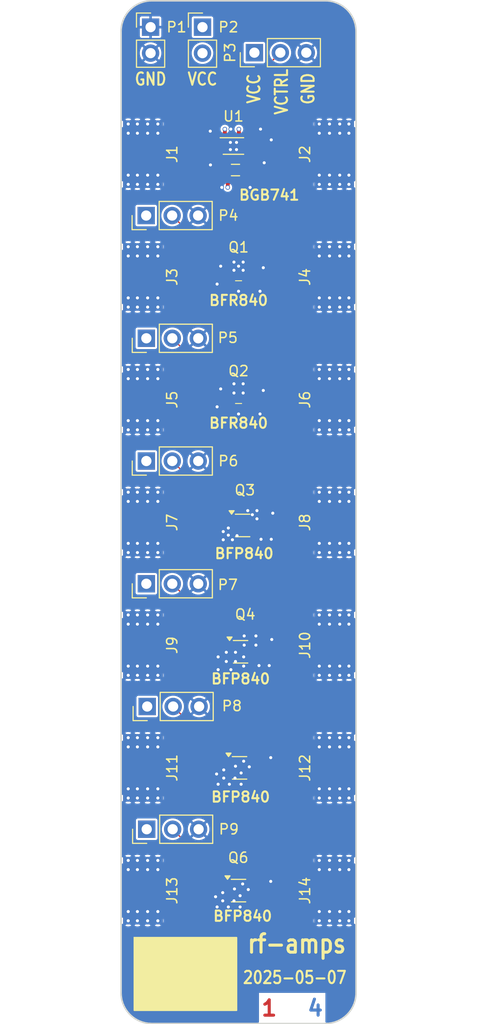
<source format=kicad_pcb>
(kicad_pcb (version 20241229) (generator "pcbnew") (generator_version "9.0")
  (layers (0 "F.Cu" signal "C1F.Cu") (4 "In1.Cu" signal "C2.Cu") (6 "In2.Cu" signal "C3.Cu") (2 "B.Cu" signal "C4B.Cu") (13 "F.Paste" user) (15 "B.Paste" user) (5 "F.SilkS" user "F.Silkscreen") (7 "B.SilkS" user "B.Silkscreen") (1 "F.Mask" user) (3 "B.Mask" user) (25 "Edge.Cuts" user))
  (net 0 "")
  (net 1 "GND")
  (net 2 "VCC")
  (net 3 "Net-(J1-In)")
  (net 4 "Net-(J2-In)")
  (net 5 "Net-(J3-In)")
  (net 6 "Net-(J4-In)")
  (net 7 "Net-(J6-In)")
  (net 8 "Net-(C22-Pad2)")
  (net 9 "Net-(J11-In)")
  (net 10 "Net-(J12-In)")
  (net 11 "Net-(J13-In)")
  (net 12 "Net-(J5-In)")
  (net 13 "Net-(Q1-C)")
  (net 14 "Net-(Q1-B)")
  (net 15 "Net-(Q2-B)")
  (net 16 "Net-(P8-Pin_2)")
  (net 17 "Net-(L14-Pad1)")
  (net 18 "Net-(J14-In)")
  (net 19 "Net-(C45-Pad1)")
  (net 20 "Net-(P5-Pin_2)")
  (net 21 "Net-(C46-Pad1)")
  (net 22 "Net-(U1-RFIN)")
  (net 23 "Net-(C39-Pad2)")
  (net 24 "Net-(Q2-C)")
  (net 25 "Net-(U1-BIAS)")
  (net 26 "Net-(C58-Pad1)")
  (net 27 "Net-(U1-RFOUT)")
  (net 28 "Net-(C63-Pad1)")
  (net 29 "Net-(P3-Pin_2)")
  (net 30 "Net-(U1-ADJ)")
  (net 31 "Net-(P4-Pin_2)")
  (net 32 "Net-(C19-Pad2)")
  (net 33 "Net-(L10-Pad1)")
  (net 34 "Net-(C63-Pad2)")
  (net 35 "Net-(L12-Pad2)")
  (net 36 "Net-(P6-Pin_2)")
  (net 37 "Net-(Q3-B)")
  (net 38 "Net-(J7-In)")
  (net 39 "Net-(C31-Pad2)")
  (net 40 "Net-(J8-In)")
  (net 41 "Net-(C51-Pad1)")
  (net 42 "Net-(Q3-C-Pad3)")
  (net 43 "Net-(R10-Pad2)")
  (net 44 "Net-(P7-Pin_2)")
  (net 45 "Net-(Q4-B)")
  (net 46 "Net-(J9-In)")
  (net 47 "Net-(J10-In)")
  (net 48 "Net-(C32-Pad2)")
  (net 49 "Net-(C52-Pad1)")
  (net 50 "Net-(Q4-C-Pad3)")
  (net 51 "Net-(R12-Pad2)")
  (net 52 "Net-(Q5-B)")
  (net 53 "Net-(C35-Pad2)")
  (net 54 "Net-(C53-Pad1)")
  (net 55 "Net-(Q5-C-Pad3)")
  (net 56 "Net-(R14-Pad2)")
  (net 57 "Net-(Q6-B)")
  (net 58 "Net-(P9-Pin_2)")
  (net 59 "Net-(C38-Pad2)")
  (net 60 "Net-(C54-Pad1)")
  (net 61 "Net-(L11-Pad2)")
  (net 62 "Net-(L11-Pad1)")
  (net 63 "Net-(R26-Pad1)")
  (footprint "sma-variants:SMA-EDGE-1.3mm-pad-1.05mm-gap-2.6mm-keepout" (layer "F.Cu") (at 153 80 180)
    (property "Reference" "J2")
    (property "Value" "CONN_COAXIAL")
  )
  (footprint "sma-variants:SMA-EDGE-1.3mm-pad-1.05mm-gap-2.6mm-keepout" (layer "F.Cu") (at 130 80)
    (property "Reference" "J1")
    (property "Value" "CONN_COAXIAL")
  )
  (footprint "Connector_PinHeader_2.54mm:PinHeader_1x02_P2.54mm_Vertical" (layer "F.Cu") (at 132.89 67.58)
    (property "Reference" "P1")
    (property "Value" "Conn_01x02" (hide yes))
  )
  (footprint "Connector_PinHeader_2.54mm:PinHeader_1x02_P2.54mm_Vertical" (layer "F.Cu") (at 137.97 67.58)
    (property "Reference" "P2")
    (property "Value" "Conn_01x02" (hide yes))
  )
  (footprint "Connector_PinHeader_2.54mm:PinHeader_1x03_P2.54mm_Vertical" (layer "F.Cu") (at 143.05 70.075 90)
    (property "Reference" "P3")
    (property "Value" "CONN_01X03" (hide yes))
  )
  (footprint "Connector_PinHeader_2.54mm:PinHeader_1x03_P2.54mm_Vertical" (layer "F.Cu") (at 132.475 110 90)
    (property "Reference" "P6")
    (property "Value" "CONN_01X03" (hide yes))
  )
  (footprint "Capacitor_SMD:C_0201_0603Metric" (layer "F.Cu") (at 143.95 92.35 -90)
    (property "Reference" "C19" (hide yes))
    (property "Value" "1 uF" (hide yes))
  )
  (footprint "Resistor_SMD:R_0201_0603Metric" (layer "F.Cu") (at 140.15 80.35)
    (property "Reference" "R42" (hide yes))
    (property "Value" "300" (hide yes))
  )
  (footprint "Connector_PinHeader_2.54mm:PinHeader_1x03_P2.54mm_Vertical" (layer "F.Cu") (at 132.475 122 90)
    (property "Reference" "P7")
    (property "Value" "CONN_01X03" (hide yes))
  )
  (footprint "sma-variants:SMA-EDGE-1.3mm-pad-1.05mm-gap-2.6mm-keepout" (layer "F.Cu") (at 130 92)
    (property "Reference" "J3")
    (property "Value" "CONN_COAXIAL")
  )
  (footprint "sma-variants:SMA-EDGE-1.3mm-pad-1.05mm-gap-2.6mm-keepout" (layer "F.Cu") (at 153 116 180)
    (property "Reference" "J8")
    (property "Value" "CONN_COAXIAL")
  )
  (footprint "Capacitor_SMD:C_0201_0603Metric" (layer "F.Cu") (at 140.15 82.75)
    (property "Reference" "C59" (hide yes))
    (property "Value" "1 uF" (hide yes))
  )
  (footprint "sma-variants:SMA-EDGE-1.3mm-pad-1.05mm-gap-2.6mm-keepout" (layer "F.Cu") (at 130 152)
    (property "Reference" "J13")
    (property "Value" "CONN_COAXIAL")
  )
  (footprint "Capacitor_SMD:C_0201_0603Metric" (layer "F.Cu") (at 140.45 92.35 90)
    (property "Reference" "C45" (hide yes))
    (property "Value" "1 uF" (hide yes))
  )
  (footprint "Resistor_SMD:R_0201_0603Metric" (layer "F.Cu") (at 141.5 104.7)
    (property "Reference" "R7" (hide yes))
    (property "Value" "240" (hide yes))
  )
  (footprint "Capacitor_SMD:C_0201_0603Metric" (layer "F.Cu") (at 139.4 104 180)
    (property "Reference" "C21" (hide yes))
    (property "Value" "1 uF" (hide yes))
  )
  (footprint "Resistor_SMD:R_0201_0603Metric" (layer "F.Cu") (at 143.8 128.6 180)
    (property "Reference" "R21" (hide yes))
    (property "Value" "51" (hide yes))
  )
  (footprint "Capacitor_SMD:C_0201_0603Metric" (layer "F.Cu") (at 141.5 138.5 180)
    (property "Reference" "C53" (hide yes))
    (property "Value" "1 uF" (hide yes))
  )
  (footprint "Capacitor_SMD:C_0201_0603Metric" (layer "F.Cu") (at 144.65 150.25 -90)
    (property "Reference" "C37" (hide yes))
    (property "Value" "1uF" (hide yes))
  )
  (footprint "sma-variants:SMA-EDGE-1.3mm-pad-1.05mm-gap-2.6mm-keepout" (layer "F.Cu") (at 130 116)
    (property "Reference" "J7")
    (property "Value" "CONN_COAXIAL")
  )
  (footprint "Capacitor_SMD:C_0201_0603Metric" (layer "F.Cu") (at 139.8 115.65 180)
    (property "Reference" "C29" (hide yes))
    (property "Value" "1 uF" (hide yes))
  )
  (footprint "sma-variants:SMA-EDGE-1.3mm-pad-1.05mm-gap-2.6mm-keepout" (layer "F.Cu") (at 153 92 180)
    (property "Reference" "J4")
    (property "Value" "CONN_COAXIAL")
  )
  (footprint "Resistor_SMD:R_0201_0603Metric" (layer "F.Cu") (at 140.15 114.6 -90)
    (property "Reference" "R16" (hide yes))
    (property "Value" "27k" (hide yes))
  )
  (footprint "Resistor_SMD:R_0201_0603Metric" (layer "F.Cu") (at 142.9 103.3)
    (property "Reference" "R8" (hide yes))
    (property "Value" "220" (hide yes))
  )
  (footprint "sma-variants:SMA-EDGE-1.3mm-pad-1.05mm-gap-2.6mm-keepout" (layer "F.Cu") (at 130 104)
    (property "Reference" "J5")
    (property "Value" "CONN_COAXIAL")
  )
  (footprint "eval:TSLP-3-9" (layer "F.Cu") (at 141.5 91.675 90)
    (property "Reference" "Q1")
    (property "Value" "BFR840" (hide yes))
  )
  (footprint "Inductor_SMD:L_0805_2012Metric" (layer "F.Cu") (at 141.2 81.55 180)
    (property "Reference" "L25" (hide yes))
    (property "Value" "100 uH" (hide yes))
  )
  (footprint "sma-variants:SMA-EDGE-1.3mm-pad-1.05mm-gap-2.6mm-keepout" (layer "F.Cu") (at 153 128 180)
    (property "Reference" "J10")
    (property "Value" "CONN_COAXIAL")
  )
  (footprint "Connector_PinHeader_2.54mm:PinHeader_1x03_P2.54mm_Vertical" (layer "F.Cu") (at 132.475 98 90)
    (property "Reference" "P5")
    (property "Value" "CONN_01X03" (hide yes))
  )
  (footprint "Capacitor_SMD:C_0201_0603Metric" (layer "F.Cu") (at 144.65 152.35 90)
    (property "Reference" "C38" (hide yes))
    (property "Value" "1 uF" (hide yes))
  )
  (footprint "sma-variants:SMA-EDGE-1.3mm-pad-1.05mm-gap-2.6mm-keepout" (layer "F.Cu") (at 130 128)
    (property "Reference" "J9")
    (property "Value" "CONN_COAXIAL")
  )
  (footprint "Capacitor_SMD:C_0201_0603Metric" (layer "F.Cu") (at 139.6 128 180)
    (property "Reference" "C30" (hide yes))
    (property "Value" "1 uF" (hide yes))
  )
  (footprint "Resistor_SMD:R_0201_0603Metric" (layer "F.Cu") (at 142.9 91.3)
    (property "Reference" "R5" (hide yes))
    (property "Value" "220" (hide yes))
  )
  (footprint "Capacitor_SMD:C_0201_0603Metric" (layer "F.Cu") (at 143.6 102.6)
    (property "Reference" "C18" (hide yes))
    (property "Value" "1 uF" (hide yes))
  )
  (footprint "Capacitor_SMD:C_0201_0603Metric" (layer "F.Cu") (at 139.5 139.35 180)
    (property "Reference" "C33" (hide yes))
    (property "Value" "1 uF" (hide yes))
  )
  (footprint "Resistor_SMD:R_0201_0603Metric" (layer "F.Cu") (at 143.25 92.35 90)
    (property "Reference" "R52" (hide yes))
    (property "Value" "1" (hide yes))
  )
  (footprint "Capacitor_SMD:C_0201_0603Metric" (layer "F.Cu") (at 144.85 114.25 -90)
    (property "Reference" "C27" (hide yes))
    (property "Value" "1uF" (hide yes))
  )
  (footprint "Capacitor_SMD:C_0201_0603Metric" (layer "F.Cu") (at 144.05 140.95 -90)
    (property "Reference" "C35" (hide yes))
    (property "Value" "1 uF" (hide yes))
  )
  (footprint "Resistor_SMD:R_0201_0603Metric" (layer "F.Cu") (at 142.95 82.75 180)
    (property "Reference" "R40" (hide yes))
    (property "Value" "220" (hide yes))
  )
  (footprint "sma-variants:SMA-EDGE-1.3mm-pad-1.05mm-gap-2.6mm-keepout" (layer "F.Cu") (at 153 104 180)
    (property "Reference" "J6")
    (property "Value" "CONN_COAXIAL")
  )
  (footprint "Resistor_SMD:R_0201_0603Metric" (layer "F.Cu") (at 143.25 104.35 90)
    (property "Reference" "R53" (hide yes))
    (property "Value" "1" (hide yes))
  )
  (footprint "Resistor_SMD:R_0201_0603Metric" (layer "F.Cu") (at 143.95 150.95 -90)
    (property "Reference" "R29" (hide yes))
    (property "Value" "51" (hide yes))
  )
  (footprint "Resistor_SMD:R_0201_0603Metric" (layer "F.Cu") (at 144.05 126.6 -90)
    (property "Reference" "R12" (hide yes))
    (property "Value" "75" (hide yes))
  )
  (footprint "Capacitor_SMD:C_0201_0603Metric" (layer "F.Cu") (at 142.2 150.5 180)
    (property "Reference" "C54" (hide yes))
    (property "Value" "1 uF" (hide yes))
  )
  (footprint "Resistor_SMD:R_0201_0603Metric" (layer "F.Cu") (at 144 116.95)
    (property "Reference" "R20" (hide yes))
    (property "Value" "15" (hide yes))
  )
  (footprint "Resistor_SMD:R_0201_0603Metric" (layer "F.Cu") (at 142.55 114.1)
    (property "Reference" "R11" (hide yes))
    (property "Value" "240" (hide yes))
  )
  (footprint "Capacitor_SMD:C_0201_0603Metric" (layer "F.Cu") (at 144 80 -90)
    (property "Reference" "C40" (hide yes))
    (property "Value" "0.3 pF" (hide yes))
  )
  (footprint "Resistor_SMD:R_0201_0603Metric" (layer "F.Cu") (at 142.35 126.45)
    (property "Reference" "R13" (hide yes))
    (property "Value" "240" (hide yes))
  )
  (footprint "Resistor_SMD:R_0201_0603Metric" (layer "F.Cu") (at 141.15 150.15 -90)
    (property "Reference" "R26" (hide yes))
    (property "Value" "27k" (hide yes))
  )
  (footprint "Capacitor_SMD:C_0201_0603Metric" (layer "F.Cu") (at 139.05 78.25 180)
    (property "Reference" "C57" (hide yes))
    (property "Value" "1 uF" (hide yes))
  )
  (footprint "Capacitor_SMD:C_0201_0603Metric" (layer "F.Cu") (at 139.4 92 180)
    (property "Reference" "C20" (hide yes))
    (property "Value" "1 uF" (hide yes))
  )
  (footprint "Resistor_SMD:R_0201_0603Metric" (layer "F.Cu") (at 143.8 129.3)
    (property "Reference" "R22" (hide yes))
    (property "Value" "15" (hide yes))
  )
  (footprint "eval:SOT-343-4-3" (layer "F.Cu") (at 141.6 140)
    (property "Reference" "Q5" (hide yes))
    (property "Value" "BFP840ESD" (hide yes))
  )
  (footprint "Capacitor_SMD:C_0201_0603Metric" (layer "F.Cu") (at 144.65 138.15 -90)
    (property "Reference" "C34" (hide yes))
    (property "Value" "1uF" (hide yes))
  )
  (footprint "Resistor_SMD:R_0201_0603Metric" (layer "F.Cu") (at 143.3 80 -90)
    (property "Reference" "R41" (hide yes))
    (property "Value" "220" (hide yes))
  )
  (footprint "eval:TSLP-3-9" (layer "F.Cu") (at 141.5 103.675 90)
    (property "Reference" "Q2")
    (property "Value" "BFR840" (hide yes))
  )
  (footprint "Capacitor_SMD:C_0201_0603Metric" (layer "F.Cu") (at 144.75 126.6 -90)
    (property "Reference" "C28" (hide yes))
    (property "Value" "1uF" (hide yes))
  )
  (footprint "Resistor_SMD:R_0201_0603Metric" (layer "F.Cu") (at 139.85 138.3 -90)
    (property "Reference" "R23" (hide yes))
    (property "Value" "27k" (hide yes))
  )
  (footprint "Capacitor_SMD:C_0201_0603Metric" (layer "F.Cu") (at 145.05 116.6 -90)
    (property "Reference" "C31" (hide yes))
    (property "Value" "1 uF" (hide yes))
  )
  (footprint "eval:SOT-343-4-3" (layer "F.Cu") (at 141.7 128.65)
    (property "Reference" "Q4")
    (property "Value" "BFP840ESD" (hide yes))
  )
  (footprint "Resistor_SMD:R_0201_0603Metric" (layer "F.Cu") (at 143.6 149.9 180)
    (property "Reference" "R28" (hide yes))
    (property "Value" "75" (hide yes))
  )
  (footprint "Resistor_SMD:R_0201_0603Metric" (layer "F.Cu") (at 143.3 78.6 -90)
    (property "Reference" "R49" (hide yes))
    (property "Value" "3" (hide yes))
  )
  (footprint "Resistor_SMD:R_0201_0603Metric" (layer "F.Cu") (at 143.25 150.95 -90)
    (property "Reference" "R30" (hide yes))
    (property "Value" "240" (hide yes))
  )
  (footprint "Resistor_SMD:R_0201_0603Metric" (layer "F.Cu") (at 142.9 138.5)
    (property "Reference" "R15" (hide yes))
    (property "Value" "240" (hide yes))
  )
  (footprint "Resistor_SMD:R_0201_0603Metric" (layer "F.Cu") (at 143.55 139.55 -90)
    (property "Reference" "R24" (hide yes))
    (property "Value" "51" (hide yes))
  )
  (footprint "Resistor_SMD:R_0201_0603Metric" (layer "F.Cu") (at 143.95 138.15 -90)
    (property "Reference" "R14" (hide yes))
    (property "Value" "75" (hide yes))
  )
  (footprint "Resistor_SMD:R_0201_0603Metric" (layer "F.Cu") (at 141.55 82.75 180)
    (property "Reference" "R44" (hide yes))
    (property "Value" "6.8k" (hide yes))
  )
  (footprint "Resistor_SMD:R_0201_0603Metric" (layer "F.Cu") (at 139.05 78.95)
    (property "Reference" "R19" (hide yes))
    (property "Value" "180" (hide yes))
  )
  (footprint "Capacitor_SMD:C_0201_0603Metric" (layer "F.Cu") (at 140.45 78.05 180)
    (property "Reference" "C11" (hide yes))
    (property "Value" "1 uF" (hide yes))
  )
  (footprint "eval:SOT-343-4-3" (layer "F.Cu") (at 141.5 152)
    (property "Reference" "Q6")
    (property "Value" "BFP840ESD" (hide yes))
  )
  (footprint "Capacitor_SMD:C_0201_0603Metric" (layer "F.Cu") (at 139.4 151.35 180)
    (property "Reference" "C36" (hide yes))
    (property "Value" "1 uF" (hide yes))
  )
  (footprint "Capacitor_SMD:C_0201_0603Metric" (layer "F.Cu") (at 138.75 80.35 180)
    (property "Reference" "C15" (hide yes))
    (property "Value" "220 nF" (hide yes))
  )
  (footprint "Capacitor_SMD:C_0201_0603Metric" (layer "F.Cu") (at 144.85 128.95 -90)
    (property "Reference" "C32" (hide yes))
    (property "Value" "1 uF" (hide yes))
  )
  (footprint "Capacitor_SMD:C_0201_0603Metric" (layer "F.Cu") (at 141.5 114.45 -90)
    (property "Reference" "C51" (hide yes))
    (property "Value" "1 uF" (hide yes))
  )
  (footprint "Resistor_SMD:R_0201_0603Metric" (layer "F.Cu") (at 143.35 140.95 -90)
    (property "Reference" "R25" (hide yes))
    (property "Value" "15" (hide yes))
  )
  (footprint "Capacitor_SMD:C_0201_0603Metric" (layer "F.Cu") (at 143.95 104.35 -90)
    (property "Reference" "C22" (hide yes))
    (property "Value" "1 uF" (hide yes))
  )
  (footprint "Capacitor_SMD:C_0201_0603Metric" (layer "F.Cu") (at 141.55 80.35)
    (property "Reference" "C58" (hide yes))
    (property "Value" "1 uF" (hide yes))
  )
  (footprint "Capacitor_SMD:C_0201_0603Metric" (layer "F.Cu") (at 143.3 81.4 -90)
    (property "Reference" "C63" (hide yes))
    (property "Value" "1 uF" (hide yes))
  )
  (footprint "Resistor_SMD:R_0201_0603Metric" (layer "F.Cu") (at 144.15 114.25 -90)
    (property "Reference" "R10" (hide yes))
    (property "Value" "75" (hide yes))
  )
  (footprint "Inductor_SMD:L_0201_0603Metric" (layer "F.Cu") (at 142.55 92.35 90)
    (property "Reference" "L10" (hide yes))
    (property "Value" "1.5 nH" (hide yes))
  )
  (footprint "Inductor_SMD:L_0201_0603Metric" (layer "F.Cu") (at 142.55 104.35 90)
    (property "Reference" "L14" (hide yes))
    (property "Value" "1.5 nH" (hide yes))
  )
  (footprint "Capacitor_SMD:C_0201_0603Metric" (layer "F.Cu") (at 143.6 90.6)
    (property "Reference" "C17" (hide yes))
    (property "Value" "1 uF" (hide yes))
  )
  (footprint "sma-variants:SMA-EDGE-1.3mm-pad-1.05mm-gap-2.6mm-keepout" (layer "F.Cu") (at 130 140)
    (property "Reference" "J11")
    (property "Value" "CONN_COAXIAL")
  )
  (footprint "Resistor_SMD:R_0201_0603Metric" (layer "F.Cu") (at 143.95 152.35 90)
    (property "Reference" "R31" (hide yes))
    (property "Value" "15" (hide yes))
  )
  (footprint "Capacitor_SMD:C_0201_0603Metric" (layer "F.Cu") (at 140.45 104.35 90)
    (property "Reference" "C46" (hide yes))
    (property "Value" "1 uF" (hide yes))
  )
  (footprint "Resistor_SMD:R_0201_0603Metric" (layer "F.Cu") (at 140.45 90.95 90)
    (property "Reference" "R3" (hide yes))
    (property "Value" "33k" (hide yes))
  )
  (footprint "Connector_PinHeader_2.54mm:PinHeader_1x03_P2.54mm_Vertical" (layer "F.Cu") (at 132.56 134 90)
    (property "Reference" "P8")
    (property "Value" "CONN_01X03" (hide yes))
  )
  (footprint "Resistor_SMD:R_0201_0603Metric" (layer "F.Cu") (at 141.5 92.7)
    (property "Reference" "R4" (hide yes))
    (property "Value" "240" (hide yes))
  )
  (footprint "Resistor_SMD:R_0201_0603Metric" (layer "F.Cu") (at 141.85 78.05)
    (property "Reference" "R27" (hide yes))
    (property "Value" "3.3k" (hide yes))
  )
  (footprint "Inductor_SMD:L_0201_0603Metric" (layer "F.Cu") (at 139.05 79.65 180)
    (property "Reference" "L12" (hide yes))
    (property "Value" "8.2 nH" (hide yes))
  )
  (footprint "Inductor_SMD:L_0201_0603Metric" (layer "F.Cu") (at 143.25 152.35 90)
    (property "Reference" "L11" (hide yes))
    (property "Value" "1.5 nH" (hide yes))
  )
  (footprint "sma-variants:SMA-EDGE-1.3mm-pad-1.05mm-gap-2.6mm-keepout" (layer "F.Cu") (at 153 140 180)
    (property "Reference" "J12")
    (property "Value" "CONN_COAXIAL")
  )
  (footprint "Resistor_SMD:R_0201_0603Metric" (layer "F.Cu") (at 144 116.25 180)
    (property "Reference" "R18" (hide yes))
    (property "Value" "51" (hide yes))
  )
  (footprint "Connector_PinHeader_2.54mm:PinHeader_1x03_P2.54mm_Vertical" (layer "F.Cu") (at 132.51 146 90)
    (property "Reference" "P9")
    (property "Value" "CONN_01X03" (hide yes))
  )
  (footprint "Resistor_SMD:R_0201_0603Metric" (layer "F.Cu") (at 140.45 102.95 90)
    (property "Reference" "R6" (hide yes))
    (property "Value" "33k" (hide yes))
  )
  (footprint "Connector_PinHeader_2.54mm:PinHeader_1x03_P2.54mm_Vertical" (layer "F.Cu") (at 132.46 86 90)
    (property "Reference" "P4")
    (property "Value" "CONN_01X03" (hide yes))
  )
  (footprint "Resistor_SMD:R_0201_0603Metric" (layer "F.Cu") (at 139.95 126.95 -90)
    (property "Reference" "R17" (hide yes))
    (property "Value" "27k" (hide yes))
  )
  (footprint "Inductor_SMD:L_0201_0603Metric" (layer "F.Cu") (at 142.6 80 -90)
    (property "Reference" "L26" (hide yes))
    (property "Value" "56 nH" (hide yes))
  )
  (footprint "sma-variants:SMA-EDGE-1.3mm-pad-1.05mm-gap-2.6mm-keepout" (layer "F.Cu") (at 153 152 180)
    (property "Reference" "J14")
    (property "Value" "CONN_COAXIAL")
  )
  (footprint "Capacitor_SMD:C_0201_0603Metric" (layer "F.Cu") (at 141.3 126.8 -90)
    (property "Reference" "C52" (hide yes))
    (property "Value" "1 uF" (hide yes))
  )
  (footprint "Capacitor_SMD:C_0201_0603Metric" (layer "F.Cu") (at 144 78.6 90)
    (property "Reference" "C39" (hide yes))
    (property "Value" "220 nF" (hide yes))
  )
  (footprint "rf-amps:TSLP-7-1" (layer "F.Cu") (at 141 79.2 -90)
    (property "Reference" "U1")
    (property "Value" "BGB741L7ESD" (hide yes))
  )
  (footprint "eval:SOT-343-4-3" (layer "F.Cu") (at 141.9 116.3)
    (property "Reference" "Q3")
    (property "Value" "BFP840ESD" (hide yes))
  )
  (gr_rect (start 131.3 156.6) (end 141.3 163.7) (stroke (width 0.15)) (fill yes) (layer "F.SilkS"))
  (gr_line (start 133 165) (end 150 165) (stroke (width 0.15)) (layer "Edge.Cuts"))
  (gr_line (start 153 162) (end 153 68) (stroke (width 0.15)) (layer "Edge.Cuts"))
  (gr_line (start 130 68) (end 130 162) (stroke (width 0.15)) (layer "Edge.Cuts"))
  (gr_line (start 133 65) (end 150 65) (stroke (width 0.15)) (layer "Edge.Cuts"))
  (gr_arc (start 150 65) (mid 152.12132 65.87868) (end 153 68) (stroke (width 0.15)) (layer "Edge.Cuts"))
  (gr_arc (start 153 162) (mid 152.12132 164.12132) (end 150 165) (stroke (width 0.15)) (layer "Edge.Cuts"))
  (gr_arc (start 130 68) (mid 130.87868 65.87868) (end 133 65) (stroke (width 0.15)) (layer "Edge.Cuts"))
  (gr_arc (start 133 165) (mid 130.87868 164.12132) (end 130 162) (stroke (width 0.15)) (layer "Edge.Cuts"))
  (gr_text "1" (at 144.5 163.5 0) (layer "F.Cu") (effects (font (size 1.5 1.5) (thickness 0.3))))
  (gr_text "4" (at 149 163.5 0) (layer "B.Cu") (effects (font (size 1.5 1.5) (thickness 0.3))))
  (gr_text "GND" (at 132.89 72.66 0) (layer "F.SilkS") (effects (font (size 1.2 1) (thickness 0.2))))
  (gr_text "BFR840" (at 141.5 106.3 0) (layer "F.SilkS") (effects (font (size 1 1) (thickness 0.2) (bold yes))))
  (gr_text "VCC" (at 143 73.6 90) (layer "F.SilkS") (effects (font (size 1.2 1) (thickness 0.2))))
  (gr_text "BFP840" (at 142.05 119.05 0) (layer "F.SilkS") (effects (font (size 1 1) (thickness 0.2) (bold yes))))
  (gr_text "BFR840" (at 141.5 94.3 0) (layer "F.SilkS") (effects (font (size 1 1) (thickness 0.2) (bold yes))))
  (gr_text "BFP840" (at 141.9 154.5 0) (layer "F.SilkS") (effects (font (size 1 1) (thickness 0.2) (bold yes))))
  (gr_text "VCC" (at 137.97 72.66 0) (layer "F.SilkS") (effects (font (size 1.2 1) (thickness 0.2))))
  (gr_text "GND" (at 148.3 73.6 90) (layer "F.SilkS") (effects (font (size 1.2 1) (thickness 0.2))))
  (gr_text "2025-05-07" (at 147 160.5 0) (layer "F.SilkS") (effects (font (size 1.2 1) (thickness 0.2))))
  (gr_text "BFP840" (at 141.7 142.85 0) (layer "F.SilkS") (effects (font (size 1 1) (thickness 0.2) (bold yes))))
  (gr_text "BFP840" (at 141.7 131.3 0) (layer "F.SilkS") (effects (font (size 1 1) (thickness 0.2) (bold yes))))
  (gr_text "BGB741" (at 144.5 84 0) (layer "F.SilkS") (effects (font (size 1 1) (thickness 0.2) (bold yes))))
  (gr_text "VCTRL" (at 145.7 73.9 90) (layer "F.SilkS") (effects (font (size 1.2 1) (thickness 0.2))))
  (gr_text "rf-amps" (at 147.2 157.2 0) (layer "F.SilkS") (effects (font (size 1.8 1.5) (thickness 0.3))))
  (segment (start 144 80.83) (end 144.01 80.84) (width 0.36576) (layer "F.Cu") (net 1))
  (segment (start 143.92 90.6) (end 143.92 91.1) (width 0.36576) (layer "F.Cu") (net 1))
  (segment (start 139.86 82.78) (end 139.86 83.25) (width 0.36576) (layer "F.Cu") (net 1))
  (segment (start 144.85 114.57) (end 144.85 115.1) (width 0.36576) (layer "F.Cu") (net 1))
  (segment (start 140.77 78.05) (end 140.74 78.02) (width 0.36576) (layer "F.Cu") (net 1))
  (segment (start 138.73 78.25) (end 138.73 77.75) (width 0.36576) (layer "F.Cu") (net 1))
  (segment (start 143.92 102.6) (end 143.92 103.1) (width 0.36576) (layer "F.Cu") (net 1))
  (segment (start 140.77 78.97) (end 141 79.2) (width 0.36576) (layer "F.Cu") (net 1))
  (segment (start 140.74 78.02) (end 140.74 77.55) (width 0.36576) (layer "F.Cu") (net 1))
  (segment (start 139.83 82.75) (end 139.86 82.78) (width 0.36576) (layer "F.Cu") (net 1))
  (segment (start 144.75 126.92) (end 144.75 127.45) (width 0.36576) (layer "F.Cu") (net 1))
  (segment (start 144.65 138.47) (end 144.65 139) (width 0.36576) (layer "F.Cu") (net 1))
  (segment (start 142.63 82.75) (end 142.63 83.25) (width 0.36576) (layer "F.Cu") (net 1))
  (segment (start 144 80.32) (end 144 80.83) (width 0.36576) (layer "F.Cu") (net 1))
  (segment (start 144.65 150.57) (end 144.65 151.1) (width 0.36576) (layer "F.Cu") (net 1))
  (segment (start 140.77 78.05) (end 140.77 78.97) (width 0.36576) (layer "F.Cu") (net 1))
  (via (at 140.05 141) (size 0.45) (drill 0.3) (layers "F.Cu" "B.Cu") (net 1))
  (via (at 142.55 139.9) (size 0.45) (drill 0.3) (layers "F.Cu" "B.Cu") (net 1))
  (via (at 141.9 151.35) (size 0.45) (drill 0.3) (layers "F.Cu" "B.Cu") (net 1))
  (via (at 141.5 93.4) (size 0.45) (drill 0.3) (layers "F.Cu" "B.Cu") (net 1))
  (via (at 142.05 127.1) (size 0.45) (drill 0.3) (layers "F.Cu" "B.Cu") (net 1))
  (via (at 144.65 151.1) (size 0.45) (drill 0.3) (layers "F.Cu" "B.Cu") (net 1))
  (via (at 143.6 105.4) (size 0.45) (drill 0.3) (layers "F.Cu" "B.Cu") (net 1))
  (via (at 140.5 116.55) (size 0.45) (drill 0.3) (layers "F.Cu" "B.Cu") (net 1))
  (via (at 144.01 80.84) (size 0.45) (drill 0.3) (layers "F.Cu" "B.Cu") (net 1))
  (via (at 143.7 117.65) (size 0.45) (drill 0.3) (layers "F.Cu" "B.Cu") (net 1))
  (via (at 138.75 81.05) (size 0.45) (drill 0.3) (layers "F.Cu" "B.Cu") (net 1))
  (via (at 141.5 90.95) (size 0.45) (drill 0.3) (layers "F.Cu" "B.Cu") (net 1))
  (via (at 141.35 117.3) (size 0.45) (drill 0.3) (layers "F.Cu" "B.Cu") (net 1))
  (via (at 141.75 141.6) (size 0.45) (drill 0.3) (layers "F.Cu" "B.Cu") (net 1))
  (via (at 141.05 90.55) (size 0.45) (drill 0.3) (layers "F.Cu" "B.Cu") (net 1))
  (via (at 139.75 102.95) (size 0.45) (drill 0.3) (layers "F.Cu" "B.Cu") (net 1))
  (via (at 140.74 77.55) (size 0.45) (drill 0.3) (layers "F.Cu" "B.Cu") (net 1))
  (via (at 140.05 140.2) (size 0.45) (drill 0.3) (layers "F.Cu" "B.Cu") (net 1))
  (via (at 143.2 128) (size 0.45) (drill 0.3) (layers "F.Cu" "B.Cu") (net 1))
  (via (at 141.95 90.55) (size 0.45) (drill 0.3) (layers "F.Cu" "B.Cu") (net 1))
  (via (at 140 116.9) (size 0.45) (drill 0.3) (layers "F.Cu" "B.Cu") (net 1))
  (via (at 139.86 83.25) (size 0.45) (drill 0.3) (layers "F.Cu" "B.Cu") (net 1))
  (via (at 141.15 141) (size 0.45) (drill 0.3) (layers "F.Cu" "B.Cu") (net 1))
  (via (at 144.85 115.1) (size 0.45) (drill 0.3) (layers "F.Cu" "B.Cu") (net 1))
  (via (at 140.3 128.7) (size 0.45) (drill 0.3) (layers "F.Cu" "B.Cu") (net 1))
  (via (at 142 139.35) (size 0.45) (drill 0.3) (layers "F.Cu" "B.Cu") (net 1))
  (via (at 141.05 102.45) (size 0.45) (drill 0.3) (layers "F.Cu" "B.Cu") (net 1))
  (via (at 141.05 103.35) (size 0.45) (drill 0.3) (layers "F.Cu" "B.Cu") (net 1))
  (via (at 139.95 152.2) (size 0.45) (drill 0.3) (layers "F.Cu" "B.Cu") (net 1))
  (via (at 140.7 78.85) (size 0.45) (drill 0.3) (layers "F.Cu" "B.Cu") (net 1))
  (via (at 139.25 152.6) (size 0.45) (drill 0.3) (layers "F.Cu" "B.Cu") (net 1))
  (via (at 140.6 141.6) (size 0.45) (drill 0.3) (layers "F.Cu" "B.Cu") (net 1))
  (via (at 143.5 130) (size 0.45) (drill 0.3) (layers "F.Cu" "B.Cu") (net 1))
  (via (at 141.1 151.8375) (size 0.45) (drill 0.3) (layers "F.Cu" "B.Cu") (net 1))
  (via (at 139.5 129.15) (size 0.45) (drill 0.3) (layers "F.Cu" "B.Cu") (net 1))
  (via (at 139.4 92.7) (size 0.45) (drill 0.3) (layers "F.Cu" "B.Cu") (net 1))
  (via (at 141.3 79.55) (size 0.45) (drill 0.3) (layers "F.Cu" "B.Cu") (net 1))
  (via (at 143.92 91.1) (size 0.45) (drill 0.3) (layers "F.Cu" "B.Cu") (net 1))
  (via (at 141.3 78.85) (size 0.45) (drill 0.3) (layers "F.Cu" "B.Cu") (net 1))
  (via (at 141.2 129.6) (size 0.45) (drill 0.3) (layers "F.Cu" "B.Cu") (net 1))
  (via (at 140.75 130.4) (size 0.45) (drill 0.3) (layers "F.Cu" "B.Cu") (net 1))
  (via (at 143.2 127.1) (size 0.45) (drill 0.3) (layers "F.Cu" "B.Cu") (net 1))
  (via (at 139.4 153.6) (size 0.45) (drill 0.3) (layers "F.Cu" "B.Cu") (net 1))
  (via (at 140.5 153.6) (size 0.45) (drill 0.3) (layers "F.Cu" "B.Cu") (net 1))
  (via (at 142.63 83.25) (size 0.45) (drill 0.3) (layers "F.Cu" "B.Cu") (net 1))
  (via (at 139.75 90.95) (size 0.45) (drill 0.3) (layers "F.Cu" "B.Cu") (net 1))
  (via (at 144.65 139) (size 0.45) (drill 0.3) (layers "F.Cu" "B.Cu") (net 1))
  (via (at 140.7 79.55) (size 0.45) (drill 0.3) (layers "F.Cu" "B.Cu") (net 1))
  (via (at 139.35 140.6) (size 0.45) (drill 0.3) (layers "F.Cu" "B.Cu") (net 1))
  (via (at 141.65 153.6) (size 0.45) (drill 0.3) (layers "F.Cu" "B.Cu") (net 1))
  (via (at 140.9 117.7) (size 0.45) (drill 0.3) (layers "F.Cu" "B.Cu") (net 1))
  (via (at 141.05 91.35) (size 0.45) (drill 0.3) (layers "F.Cu" "B.Cu") (net 1))
  (via (at 142.05 128) (size 0.45) (drill 0.3) (layers "F.Cu" "B.Cu") (net 1))
  (via (at 144.7 78.6) (size 0.45) (drill 0.3) (layers "F.Cu" "B.Cu") (net 1))
  (via (at 142 129.15) (size 0.45) (drill 0.3) (layers "F.Cu" "B.Cu") (net 1))
  (via (at 143.3 115.65) (size 0.45) (drill 0.3) (layers "F.Cu" "B.Cu") (net 1))
  (via (at 141.95 102.45) (size 0.45) (drill 0.3) (layers "F.Cu" "B.Cu") (net 1))
  (via (at 144.7 117.65) (size 0.45) (drill 0.3) (layers "F.Cu" "B.Cu") (net 1))
  (via (at 139.4 104.7) (size 0.45) (drill 0.3) (layers "F.Cu" "B.Cu") (net 1))
  (via (at 140.5 117.25) (size 0.45) (drill 0.3) (layers "F.Cu" "B.Cu") (net 1))
  (via (at 142 130.05) (size 0.45) (drill 0.3) (layers "F.Cu" "B.Cu") (net 1))
  (via (at 140 117.7) (size 0.45) (drill 0.3) (layers "F.Cu" "B.Cu") (net 1))
  (via (at 141.65 152.5) (size 0.45) (drill 0.3) (layers "F.Cu" "B.Cu") (net 1))
  (via (at 143.6 93.4) (size 0.45) (drill 0.3) (layers "F.Cu" "B.Cu") (net 1))
  (via (at 141.75 140.5) (size 0.45) (drill 0.3) (layers "F.Cu" "B.Cu") (net 1))
  (via (at 142.85 115.25) (size 0.45) (drill 0.3) (layers "F.Cu" "B.Cu") (net 1))
  (via (at 143.3 114.85) (size 0.45) (drill 0.3) (layers "F.Cu" "B.Cu") (net 1))
  (via (at 139.95 153) (size 0.45) (drill 0.3) (layers "F.Cu" "B.Cu") (net 1))
  (via (at 144.5 130) (size 0.45) (drill 0.3) (layers "F.Cu" "B.Cu") (net 1))
  (via (at 143.92 103.1) (size 0.45) (drill 0.3) (layers "F.Cu" "B.Cu") (net 1))
  (via (at 141.95 103.35) (size 0.45) (drill 0.3) (layers "F.Cu" "B.Cu") (net 1))
  (via (at 141.2 128.7) (size 0.45) (drill 0.3) (layers "F.Cu" "B.Cu") (net 1))
  (via (at 138.73 77.75) (size 0.45) (drill 0.3) (layers "F.Cu" "B.Cu") (net 1))
  (via (at 144.75 127.45) (size 0.45) (drill 0.3) (layers "F.Cu" "B.Cu") (net 1))
  (via (at 143.65 77.55) (size 0.45) (drill 0.3) (layers "F.Cu" "B.Cu") (net 1))
  (via (at 141.05 153) (size 0.45) (drill 0.3) (layers "F.Cu" "B.Cu") (net 1))
  (via (at 139.5 141.6) (size 0.45) (drill 0.3) (layers "F.Cu" "B.Cu") (net 1))
  (via (at 142.4 114.85) (size 0.45) (drill 0.3) (layers "F.Cu" "B.Cu") (net 1))
  (via (at 141.95 91.35) (size 0.45) (drill 0.3) (layers "F.Cu" "B.Cu") (net 1))
  (via (at 140.3 129.6) (size 0.45) (drill 0.3) (layers "F.Cu" "B.Cu") (net 1))
  (via (at 141.2 139.8375) (size 0.45) (drill 0.3) (layers "F.Cu" "B.Cu") (net 1))
  (via (at 141.5 105.4) (size 0.45) (drill 0.3) (layers "F.Cu" "B.Cu") (net 1))
  (via (at 142.45 151.9) (size 0.45) (drill 0.3) (layers "F.Cu" "B.Cu") (net 1))
  (via (at 139.5 130.4) (size 0.45) (drill 0.3) (layers "F.Cu" "B.Cu") (net 1))
  (segment (start 140.13 78.05) (end 140.16 78.02) (width 0.36576) (layer "F.Cu") (net 2))
  (segment (start 140.13 78.05) (end 140.08 78.1) (width 0.36576) (layer "F.Cu") (net 2))
  (segment (start 140.47 82.75) (end 140.44 82.78) (width 0.36576) (layer "F.Cu") (net 2))
  (segment (start 141.53 78.05) (end 141.53 77.55) (width 0.36576) (layer "F.Cu") (net 2))
  (segment (start 140.08 78.1) (end 140.08 78.52) (width 0.36576) (layer "F.Cu") (net 2))
  (segment (start 140.47 82.75) (end 140.47 81.8825) (width 0.36576) (layer "F.Cu") (net 2))
  (segment (start 140.44 82.78) (end 140.44 83.25) (width 0.36576) (layer "F.Cu") (net 2))
  (segment (start 140.16 78.02) (end 140.16 77.55) (width 0.36576) (layer "F.Cu") (net 2))
  (segment (start 140.47 82.75) (end 141.23 82.75) (width 0.36576) (layer "F.Cu") (net 2))
  (segment (start 140.47 81.8825) (end 140.1375 81.55) (width 0.36576) (layer "F.Cu") (net 2))
  (via (at 140.16 77.55) (size 0.45) (drill 0.3) (layers "F.Cu" "B.Cu") (net 2))
  (via (at 140.44 83.25) (size 0.45) (drill 0.3) (layers "F.Cu" "B.Cu") (net 2))
  (via (at 141.53 77.55) (size 0.45) (drill 0.3) (layers "F.Cu" "B.Cu") (net 2))
  (segment (start 138.43 80.35) (end 138.08 80) (width 0.36576) (layer "F.Cu") (net 3))
  (segment (start 138.08 80) (end 132.15 80) (width 0.36576) (layer "F.Cu") (net 3))
  (segment (start 150.85 80) (end 145.11 80) (width 0.36576) (layer "F.Cu") (net 4))
  (segment (start 144.79 79.68) (end 144 79.68) (width 0.36576) (layer "F.Cu") (net 4))
  (segment (start 144 78.92) (end 144 79.68) (width 0.36576) (layer "F.Cu") (net 4))
  (segment (start 145.11 80) (end 144.79 79.68) (width 0.36576) (layer "F.Cu") (net 4))
  (segment (start 132.15 92) (end 139.08 92) (width 0.36576) (layer "F.Cu") (net 5))
  (segment (start 150.85 92) (end 143.98 92) (width 0.36576) (layer "F.Cu") (net 6))
  (segment (start 143.98 92) (end 143.95 92.03) (width 0.36576) (layer "F.Cu") (net 6))
  (segment (start 150.85 104) (end 143.98 104) (width 0.36576) (layer "F.Cu") (net 7))
  (segment (start 143.98 104) (end 143.95 104.03) (width 0.36576) (layer "F.Cu") (net 7))
  (segment (start 143.25 104.67) (end 143.95 104.67) (width 0.36576) (layer "F.Cu") (net 8))
  (segment (start 132.15 140) (end 138.53 140) (width 0.36576) (layer "F.Cu") (net 9))
  (segment (start 138.53 140) (end 139.18 139.35) (width 0.36576) (layer "F.Cu") (net 9))
  (segment (start 144.68 140) (end 144.05 140.63) (width 0.36576) (layer "F.Cu") (net 10))
  (segment (start 150.85 140) (end 144.68 140) (width 0.36576) (layer "F.Cu") (net 10))
  (segment (start 132.15 152) (end 138.43 152) (width 0.36576) (layer "F.Cu") (net 11))
  (segment (start 138.43 152) (end 139.08 151.35) (width 0.36576) (layer "F.Cu") (net 11))
  (segment (start 132.15 104) (end 139.08 104) (width 0.36576) (layer "F.Cu") (net 12))
  (segment (start 140.45 90.56098) (end 140.45 90.63) (width 0.127) (layer "F.Cu") (net 13))
  (segment (start 142.58 91.3) (end 142.58 90.59098) (width 0.127) (layer "F.Cu") (net 13))
  (segment (start 140.88098 90.13) (end 140.45 90.56098) (width 0.127) (layer "F.Cu") (net 13))
  (segment (start 142.55 92.03) (end 141.81 92.03) (width 0.36576) (layer "F.Cu") (net 13))
  (segment (start 142.55 92.03) (end 143.25 92.03) (width 0.36576) (layer "F.Cu") (net 13))
  (segment (start 142.55 92.03) (end 142.55 91.33) (width 0.127) (layer "F.Cu") (net 13))
  (segment (start 142.58 90.59098) (end 142.11902 90.13) (width 0.127) (layer "F.Cu") (net 13))
  (segment (start 142.11902 90.13) (end 140.88098 90.13) (width 0.127) (layer "F.Cu") (net 13))
  (segment (start 142.55 91.33) (end 142.58 91.3) (width 0.127) (layer "F.Cu") (net 13))
  (segment (start 139.72 92) (end 140.42 92) (width 0.36576) (layer "F.Cu") (net 14))
  (segment (start 140.45 92.03) (end 140.45 91.27) (width 0.127) (layer "F.Cu") (net 14))
  (segment (start 140.42 92) (end 140.45 92.03) (width 0.36576) (layer "F.Cu") (net 14))
  (segment (start 140.45 92.03) (end 141.19 92.03) (width 0.36576) (layer "F.Cu") (net 14))
  (segment (start 139.72 104) (end 140.42 104) (width 0.36576) (layer "F.Cu") (net 15))
  (segment (start 140.42 104) (end 140.45 104.03) (width 0.36576) (layer "F.Cu") (net 15))
  (segment (start 140.45 103.27) (end 140.45 104.03) (width 0.127) (layer "F.Cu") (net 15))
  (segment (start 140.45 104.03) (end 141.19 104.03) (width 0.36576) (layer "F.Cu") (net 15))
  (segment (start 143.95 137.83) (end 144.65 137.83) (width 0.127) (layer "F.Cu") (net 16))
  (segment (start 143.02 136.9) (end 143.95 137.83) (width 0.127) (layer "F.Cu") (net 16))
  (segment (start 135.1 134) (end 138 136.9) (width 0.127) (layer "F.Cu") (net 16))
  (segment (start 138 136.9) (end 143.02 136.9) (width 0.127) (layer "F.Cu") (net 16))
  (segment (start 142.52 104.7) (end 142.55 104.67) (width 0.36576) (layer "F.Cu") (net 17))
  (segment (start 141.82 104.7) (end 142.52 104.7) (width 0.36576) (layer "F.Cu") (net 17))
  (segment (start 145.36 152.67) (end 144.65 152.67) (width 0.36576) (layer "F.Cu") (net 18))
  (segment (start 150.85 152) (end 146.03 152) (width 0.36576) (layer "F.Cu") (net 18))
  (segment (start 146.03 152) (end 145.36 152.67) (width 0.36576) (layer "F.Cu") (net 18))
  (segment (start 141.18 92.7) (end 140.48 92.7) (width 0.36576) (layer "F.Cu") (net 19))
  (segment (start 140.48 92.7) (end 140.45 92.67) (width 0.36576) (layer "F.Cu") (net 19))
  (segment (start 143.22 103.3) (end 143.22 102.66) (width 0.127) (layer "F.Cu") (net 20))
  (segment (start 143.22 102.66) (end 143.28 102.6) (width 0.127) (layer "F.Cu") (net 20))
  (segment (start 141.21 100.53) (end 143.28 102.6) (width 0.127) (layer "F.Cu") (net 20))
  (segment (start 137.545 100.53) (end 141.21 100.53) (width 0.127) (layer "F.Cu") (net 20))
  (segment (start 135.015 98) (end 137.545 100.53) (width 0.127) (layer "F.Cu") (net 20))
  (segment (start 140.48 104.7) (end 140.45 104.67) (width 0.36576) (layer "F.Cu") (net 21))
  (segment (start 141.18 104.7) (end 140.48 104.7) (width 0.36576) (layer "F.Cu") (net 21))
  (segment (start 139.42 79.7) (end 139.81 79.7) (width 0.36576) (layer "F.Cu") (net 22))
  (segment (start 139.07 80.35) (end 139.83 80.35) (width 0.36576) (layer "F.Cu") (net 22))
  (segment (start 139.37 79.65) (end 139.42 79.7) (width 0.36576) (layer "F.Cu") (net 22))
  (segment (start 139.83 80.35) (end 139.83 79.71) (width 0.36576) (layer "F.Cu") (net 22))
  (segment (start 143.3 78.28) (end 144 78.28) (width 0.36576) (layer "F.Cu") (net 23))
  (segment (start 142.58 102.48) (end 142.58 103.3) (width 0.127) (layer "F.Cu") (net 24))
  (segment (start 142.55 104.03) (end 142.55 103.33) (width 0.127) (layer "F.Cu") (net 24))
  (segment (start 140.45 102.63) (end 140.45 102.25) (width 0.127) (layer "F.Cu") (net 24))
  (segment (start 142.1335 102.0335) (end 142.58 102.48) (width 0.127) (layer "F.Cu") (net 24))
  (segment (start 142.55 104.03) (end 141.81 104.03) (width 0.36576) (layer "F.Cu") (net 24))
  (segment (start 140.6665 102.0335) (end 142.1335 102.0335) (width 0.127) (layer "F.Cu") (net 24))
  (segment (start 142.55 104.03) (end 143.25 104.03) (width 0.36576) (layer "F.Cu") (net 24))
  (segment (start 142.55 103.33) (end 142.58 103.3) (width 0.127) (layer "F.Cu") (net 24))
  (segment (start 140.45 102.25) (end 140.6665 102.0335) (width 0.127) (layer "F.Cu") (net 24))
  (segment (start 139.711988 79.2) (end 139.491988 78.98) (width 0.25) (layer "F.Cu") (net 25))
  (segment (start 139.491988 78.98) (end 139.4 78.98) (width 0.25) (layer "F.Cu") (net 25))
  (segment (start 139.37 78.25) (end 139.37 78.95) (width 0.25) (layer "F.Cu") (net 25))
  (segment (start 140.075 79.2) (end 139.711988 79.2) (width 0.25) (layer "F.Cu") (net 25))
  (segment (start 140.47 80.35) (end 141.23 80.35) (width 0.36576) (layer "F.Cu") (net 26))
  (segment (start 143.3 79.68) (end 143.3 78.92) (width 0.36576) (layer "F.Cu") (net 27))
  (segment (start 142.56 79.72) (end 142.12 79.72) (width 0.36576) (layer "F.Cu") (net 27))
  (segment (start 141.93 80.29) (end 141.93 79.87) (width 0.36576) (layer "F.Cu") (net 27))
  (segment (start 142.6 79.68) (end 143.3 79.68) (width 0.36576) (layer "F.Cu") (net 27))
  (segment (start 141.87 80.35) (end 141.93 80.29) (width 0.36576) (layer "F.Cu") (net 27))
  (segment (start 142.6 79.68) (end 142.56 79.72) (width 0.36576) (layer "F.Cu") (net 27))
  (segment (start 143.26 81.12) (end 143.3 81.08) (width 0.36576) (layer "F.Cu") (net 28))
  (segment (start 143.3 80.32) (end 143.3 81.08) (width 0.36576) (layer "F.Cu") (net 28))
  (segment (start 142.6 80.32) (end 143.3 80.32) (width 0.36576) (layer "F.Cu") (net 28))
  (segment (start 142.2625 81.55) (end 142.6925 81.12) (width 0.36576) (layer "F.Cu") (net 28))
  (segment (start 141.87 81.9425) (end 142.2625 81.55) (width 0.36576) (layer "F.Cu") (net 28))
  (segment (start 141.87 82.75) (end 141.87 81.9425) (width 0.36576) (layer "F.Cu") (net 28))
  (segment (start 142.6925 81.12) (end 143.26 81.12) (width 0.36576) (layer "F.Cu") (net 28))
  (segment (start 141.925 79.2) (end 142.02 79.2) (width 0.127) (layer "F.Cu") (net 29))
  (segment (start 142.59 73.075) (end 145.59 70.075) (width 0.127) (layer "F.Cu") (net 29))
  (segment (start 142.59 78.63) (end 142.59 73.075) (width 0.127) (layer "F.Cu") (net 29))
  (segment (start 142.02 79.2) (end 142.59 78.63) (width 0.127) (layer "F.Cu") (net 29))
  (segment (start 141.925 78.7) (end 142.17 78.455) (width 0.25) (layer "F.Cu") (net 30))
  (segment (start 142.17 78.455) (end 142.17 78.05) (width 0.25) (layer "F.Cu") (net 30))
  (segment (start 135 86) (end 138.1 89.1) (width 0.127) (layer "F.Cu") (net 31))
  (segment (start 138.1 89.1) (end 141.78 89.1) (width 0.127) (layer "F.Cu") (net 31))
  (segment (start 141.78 89.1) (end 143.28 90.6) (width 0.127) (layer "F.Cu") (net 31))
  (segment (start 143.22 90.66) (end 143.28 90.6) (width 0.127) (layer "F.Cu") (net 31))
  (segment (start 143.22 91.3) (end 143.22 90.66) (width 0.127) (layer "F.Cu") (net 31))
  (segment (start 143.25 92.67) (end 143.95 92.67) (width 0.36576) (layer "F.Cu") (net 32))
  (segment (start 142.52 92.7) (end 142.55 92.67) (width 0.36576) (layer "F.Cu") (net 33))
  (segment (start 141.82 92.7) (end 142.52 92.7) (width 0.36576) (layer "F.Cu") (net 33))
  (segment (start 143.3 82.72) (end 143.27 82.75) (width 0.36576) (layer "F.Cu") (net 34))
  (segment (start 143.3 81.72) (end 143.3 82.72) (width 0.36576) (layer "F.Cu") (net 34))
  (segment (start 138.73 78.95) (end 138.73 79.65) (width 0.36576) (layer "F.Cu") (net 35))
  (segment (start 142.42 112.2) (end 137.215 112.2) (width 0.127) (layer "F.Cu") (net 36))
  (segment (start 137.215 112.2) (end 135.015 110) (width 0.127) (layer "F.Cu") (net 36))
  (segment (start 144.15 113.93) (end 144.85 113.93) (width 0.127) (layer "F.Cu") (net 36))
  (segment (start 144.15 113.93) (end 142.42 112.2) (width 0.127) (layer "F.Cu") (net 36))
  (segment (start 140.15 114.92) (end 140.15 115.62) (width 0.127) (layer "F.Cu") (net 37))
  (segment (start 141.5 114.77) (end 141.5 115.15) (width 0.127) (layer "F.Cu") (net 37))
  (segment (start 141 115.65) (end 140.95 115.65) (width 0.127) (layer "F.Cu") (net 37))
  (segment (start 140.15 115.62) (end 140.12 115.65) (width 0.127) (layer "F.Cu") (net 37))
  (segment (start 140.12 115.65) (end 140.95 115.65) (width 0.36576) (layer "F.Cu") (net 37))
  (segment (start 141.5 115.15) (end 141 115.65) (width 0.127) (layer "F.Cu") (net 37))
  (segment (start 132.15 116) (end 139.13 116) (width 0.36576) (layer "F.Cu") (net 38))
  (segment (start 139.13 116) (end 139.48 115.65) (width 0.36576) (layer "F.Cu") (net 38))
  (segment (start 144.32 116.95) (end 145.02 116.95) (width 0.36576) (layer "F.Cu") (net 39))
  (segment (start 145.02 116.95) (end 145.05 116.92) (width 0.36576) (layer "F.Cu") (net 39))
  (segment (start 150.85 116) (end 145.33 116) (width 0.36576) (layer "F.Cu") (net 40))
  (segment (start 145.33 116) (end 145.05 116.28) (width 0.36576) (layer "F.Cu") (net 40))
  (segment (start 141.53 114.1) (end 141.5 114.13) (width 0.127) (layer "F.Cu") (net 41))
  (segment (start 142.23 114.1) (end 141.53 114.1) (width 0.127) (layer "F.Cu") (net 41))
  (segment (start 143.25 114.1) (end 142.87 114.1) (width 0.127) (layer "F.Cu") (net 42))
  (segment (start 143.68 116.95) (end 142.85 116.95) (width 0.36576) (layer "F.Cu") (net 42))
  (segment (start 143.68 116.95) (end 143.68 116.25) (width 0.127) (layer "F.Cu") (net 42))
  (segment (start 143.7165 114.5665) (end 143.25 114.1) (width 0.127) (layer "F.Cu") (net 42))
  (segment (start 143.68 116.25) (end 143.7165 116.2135) (width 0.127) (layer "F.Cu") (net 42))
  (segment (start 143.7165 116.2135) (end 143.7165 114.5665) (width 0.127) (layer "F.Cu") (net 42))
  (segment (start 144.15 115.25) (end 144.32 115.42) (width 0.127) (layer "F.Cu") (net 43))
  (segment (start 144.32 115.42) (end 144.32 116.25) (width 0.127) (layer "F.Cu") (net 43))
  (segment (start 140.7215 113.7085) (end 140.15 114.28) (width 0.127) (layer "F.Cu") (net 43))
  (segment (start 144.15 114.57) (end 144.15 115.25) (width 0.127) (layer "F.Cu") (net 43))
  (segment (start 144.144986 114.57) (end 143.283486 113.7085) (width 0.127) (layer "F.Cu") (net 43))
  (segment (start 143.283486 113.7085) (end 140.7215 113.7085) (width 0.127) (layer "F.Cu") (net 43))
  (segment (start 144.15 114.57) (end 144.144986 114.57) (width 0.127) (layer "F.Cu") (net 43))
  (segment (start 137.865 124.85) (end 142.62 124.85) (width 0.127) (layer "F.Cu") (net 44))
  (segment (start 144.05 126.28) (end 144.75 126.28) (width 0.127) (layer "F.Cu") (net 44))
  (segment (start 142.62 124.85) (end 144.05 126.28) (width 0.127) (layer "F.Cu") (net 44))
  (segment (start 135.015 122) (end 137.865 124.85) (width 0.127) (layer "F.Cu") (net 44))
  (segment (start 139.92 128) (end 140.75 128) (width 0.36576) (layer "F.Cu") (net 45))
  (segment (start 139.95 127.97) (end 139.92 128) (width 0.127) (layer "F.Cu") (net 45))
  (segment (start 140.75 128) (end 141.3 127.45) (width 0.127) (layer "F.Cu") (net 45))
  (segment (start 141.3 127.45) (end 141.3 127.12) (width 0.127) (layer "F.Cu") (net 45))
  (segment (start 139.95 127.27) (end 139.95 127.97) (width 0.127) (layer "F.Cu") (net 45))
  (segment (start 132.15 128) (end 139.28 128) (width 0.36576) (layer "F.Cu") (net 46))
  (segment (start 150.85 128) (end 145.48 128) (width 0.36576) (layer "F.Cu") (net 47))
  (segment (start 145.48 128) (end 144.85 128.63) (width 0.36576) (layer "F.Cu") (net 47))
  (segment (start 144.82 129.3) (end 144.85 129.27) (width 0.36576) (layer "F.Cu") (net 48))
  (segment (start 144.12 129.3) (end 144.82 129.3) (width 0.36576) (layer "F.Cu") (net 48))
  (segment (start 142.03 126.45) (end 141.33 126.45) (width 0.127) (layer "F.Cu") (net 49))
  (segment (start 141.33 126.45) (end 141.3 126.48) (width 0.127) (layer "F.Cu") (net 49))
  (segment (start 143.48 129.3) (end 142.65 129.3) (width 0.36576) (layer "F.Cu") (net 50))
  (segment (start 142.67 126.45) (end 143.13902 126.45) (width 0.127) (layer "F.Cu") (net 50))
  (segment (start 143.6165 128.4635) (end 143.48 128.6) (width 0.127) (layer "F.Cu") (net 50))
  (segment (start 143.6165 126.92748) (end 143.6165 128.4635) (width 0.127) (layer "F.Cu") (net 50))
  (segment (start 143.13902 126.45) (end 143.6165 126.92748) (width 0.127) (layer "F.Cu") (net 50))
  (segment (start 143.48 128.6) (end 143.48 129.3) (width 0.127) (layer "F.Cu") (net 50))
  (segment (start 139.95 126.63) (end 140.53 126.05) (width 0.127) (layer "F.Cu") (net 51))
  (segment (start 143.174986 126.05) (end 144.044986 126.92) (width 0.127) (layer "F.Cu") (net 51))
  (segment (start 144.044986 126.92) (end 144.05 126.92) (width 0.127) (layer "F.Cu") (net 51))
  (segment (start 144.05 126.92) (end 144.05 128.53) (width 0.127) (layer "F.Cu") (net 51))
  (segment (start 144.05 128.53) (end 144.12 128.6) (width 0.127) (layer "F.Cu") (net 51))
  (segment (start 140.53 126.05) (end 143.174986 126.05) (width 0.127) (layer "F.Cu") (net 51))
  (segment (start 141.18 138.82) (end 141.18 138.5) (width 0.127) (layer "F.Cu") (net 52))
  (segment (start 139.85 139.32) (end 139.82 139.35) (width 0.127) (layer "F.Cu") (net 52))
  (segment (start 139.82 139.35) (end 140.65 139.35) (width 0.36576) (layer "F.Cu") (net 52))
  (segment (start 140.65 139.35) (end 141.18 138.82) (width 0.127) (layer "F.Cu") (net 52))
  (segment (start 139.85 138.62) (end 139.85 139.32) (width 0.127) (layer "F.Cu") (net 52))
  (segment (start 143.35 141.27) (end 144.05 141.27) (width 0.36576) (layer "F.Cu") (net 53))
  (segment (start 141.82 138.5) (end 142.58 138.5) (width 0.127) (layer "F.Cu") (net 54))
  (segment (start 143.22 138.5) (end 143.1585 138.5615) (width 0.127) (layer "F.Cu") (net 55))
  (segment (start 143.35 140.63) (end 143.45 140.53) (width 0.127) (layer "F.Cu") (net 55))
  (segment (start 143.33 140.65) (end 143.35 140.63) (width 0.36576) (layer "F.Cu") (net 55))
  (segment (start 143.45 140.53) (end 143.45 139.97) (width 0.127) (layer "F.Cu") (net 55))
  (segment (start 143.45 139.97) (end 143.55 139.87) (width 0.127) (layer "F.Cu") (net 55))
  (segment (start 143.1585 139.483514) (end 143.544986 139.87) (width 0.127) (layer "F.Cu") (net 55))
  (segment (start 143.1585 138.5615) (end 143.1585 139.483514) (width 0.127) (layer "F.Cu") (net 55))
  (segment (start 143.544986 139.87) (end 143.55 139.87) (width 0.127) (layer "F.Cu") (net 55))
  (segment (start 142.55 140.65) (end 143.33 140.65) (width 0.36576) (layer "F.Cu") (net 55))
  (segment (start 143.9 138.88) (end 143.9 138.58) (width 0.127) (layer "F.Cu") (net 56))
  (segment (start 143.97 138.51) (end 143.44 137.98) (width 0.127) (layer "F.Cu") (net 56))
  (segment (start 143.44 137.98) (end 139.85 137.98) (width 0.127) (layer "F.Cu") (net 56))
  (segment (start 143.9 138.58) (end 143.97 138.51) (width 0.127) (layer "F.Cu") (net 56))
  (segment (start 143.55 139.23) (end 143.9 138.88) (width 0.127) (layer "F.Cu") (net 56))
  (segment (start 141.88 150.5) (end 141.18 150.5) (width 0.127) (layer "F.Cu") (net 57))
  (segment (start 140.65 151.35) (end 141.15 150.85) (width 0.127) (layer "F.Cu") (net 57))
  (segment (start 139.72 151.35) (end 140.55 151.35) (width 0.36576) (layer "F.Cu") (net 57))
  (segment (start 140.55 151.35) (end 140.65 151.35) (width 0.127) (layer "F.Cu") (net 57))
  (segment (start 141.15 150.85) (end 141.15 150.47) (width 0.127) (layer "F.Cu") (net 57))
  (segment (start 141.18 150.5) (end 141.15 150.47) (width 0.127) (layer "F.Cu") (net 57))
  (segment (start 137.6 148.55) (end 142.575014 148.55) (width 0.127) (layer "F.Cu") (net 58))
  (segment (start 135.05 146) (end 137.6 148.55) (width 0.127) (layer "F.Cu") (net 58))
  (segment (start 142.575014 148.55) (end 143.92 149.894986) (width 0.127) (layer "F.Cu") (net 58))
  (segment (start 143.92 149.9) (end 144.62 149.9) (width 0.127) (layer "F.Cu") (net 58))
  (segment (start 143.92 149.894986) (end 143.92 149.9) (width 0.127) (layer "F.Cu") (net 58))
  (segment (start 144.62 149.9) (end 144.65 149.93) (width 0.127) (layer "F.Cu") (net 58))
  (segment (start 143.95 152.03) (end 144.65 152.03) (width 0.36576) (layer "F.Cu") (net 59))
  (segment (start 143.12 150.5) (end 143.25 150.63) (width 0.127) (layer "F.Cu") (net 60))
  (segment (start 142.52 150.5) (end 143.12 150.5) (width 0.127) (layer "F.Cu") (net 60))
  (segment (start 143.25 151.27) (end 143.95 151.27) (width 0.127) (layer "F.Cu") (net 61))
  (segment (start 143.25 151.27) (end 143.25 152.03) (width 0.127) (layer "F.Cu") (net 61))
  (segment (start 143.25 152.67) (end 142.47 152.67) (width 0.36576) (layer "F.Cu") (net 62))
  (segment (start 143.25 152.67) (end 143.95 152.67) (width 0.36576) (layer "F.Cu") (net 62))
  (segment (start 142.47 152.67) (end 142.45 152.65) (width 0.36576) (layer "F.Cu") (net 62))
  (segment (start 141.22 149.9) (end 141.15 149.83) (width 0.127) (layer "F.Cu") (net 63))
  (segment (start 143.28 149.96) (end 143.28 149.9) (width 0.127) (layer "F.Cu") (net 63))
  (segment (start 143.95 150.63) (end 143.28 149.96) (width 0.127) (layer "F.Cu") (net 63))
  (segment (start 143.28 149.9) (end 141.22 149.9) (width 0.127) (layer "F.Cu") (net 63))
  (zone (net 1) (net_name "GND") (layer "F.Cu") (priority 5) (connect_pads yes (clearance 0.2032)) (min_thickness 0.25) (fill yes (thermal_gap 0.5) (thermal_bridge_width 0.5))
    (polygon (pts (xy 142.9 139.05) (xy 142.9 140.05) (xy 142 140.6) (xy 142 141.85) (xy 139.1 141.85) (xy 139.1 140.15) (xy 140.95 139.7) (xy 141.4 139.1)))
  )
  (zone (net 1) (net_name "GND") (layer "F.Cu") (priority 4) (connect_pads yes (clearance 0.2032)) (min_thickness 0.25) (fill yes (thermal_gap 0.5) (thermal_bridge_width 0.5))
    (polygon (pts (xy 143.45 126.85) (xy 143.45 128.25) (xy 142.3 128.95) (xy 142.3 130.6) (xy 139.25 130.6) (xy 139.25 129) (xy 140.175 128.49375) (xy 141.1 128.4875) (xy 141.7 127.85) (xy 141.7 126.9)))
  )
  (zone (net 1) (net_name "GND") (layer "F.Cu") (priority 3) (connect_pads yes (clearance 0.2032)) (min_thickness 0.25) (fill yes (thermal_gap 0.5) (thermal_bridge_width 0.5))
    (polygon (pts (xy 142.2 114.65) (xy 142.2 115) (xy 142.55 115.9) (xy 143.5 115.9) (xy 143.5 114.65)))
  )
  (zone (net 1) (net_name "GND") (layer "F.Cu") (priority 5) (connect_pads yes (clearance 0.2032)) (min_thickness 0.25) (fill yes (thermal_gap 0.5) (thermal_bridge_width 0.5))
    (polygon (pts (xy 142.8 151.05) (xy 142.8 152.05) (xy 141.9 152.6) (xy 141.9 153.85) (xy 139 153.85) (xy 139 152.15) (xy 140.85 151.7) (xy 141.3 151.1)))
  )
  (zone (net 1) (net_name "GND") (layer "F.Cu") (priority 1) (connect_pads yes (clearance 0.2032)) (min_thickness 0.25) (fill yes (thermal_gap 0.5) (thermal_bridge_width 0.5))
    (polygon (pts (xy 142.2 91.65) (xy 140.8 91.65) (xy 140.8 90.3) (xy 142.2 90.3)))
  )
  (zone (net 1) (net_name "GND") (layer "F.Cu") (priority 2) (connect_pads yes (clearance 0.2032)) (min_thickness 0.25) (fill yes (thermal_gap 0.5) (thermal_bridge_width 0.5))
    (polygon (pts (xy 141.55 117.15) (xy 141.2 116.35) (xy 139.8 116.35) (xy 139.8 117.95) (xy 141.55 117.95)))
  )
  (zone (net 1) (net_name "GND") (layer "F.Cu") (priority 1) (connect_pads yes (clearance 0.2032)) (min_thickness 0.25) (fill yes (thermal_gap 0.5) (thermal_bridge_width 0.5))
    (polygon (pts (xy 142.2 103.65) (xy 140.8 103.65) (xy 140.8 102.2) (xy 142.2 102.2)))
  )
  (zone (net 1) (net_name "GND") (layers "B.Cu" "In1.Cu") (connect_pads thru_hole_only (clearance 0.2032)) (min_thickness 0.2032) (fill yes (thermal_gap 0.2032) (thermal_bridge_width 0.254))
    (polygon (pts (xy 130 65) (xy 130 165) (xy 143.5 165) (xy 143.5 162) (xy 150 162) (xy 150 165) (xy 153 165) (xy 153 65)))
  )
)
</source>
